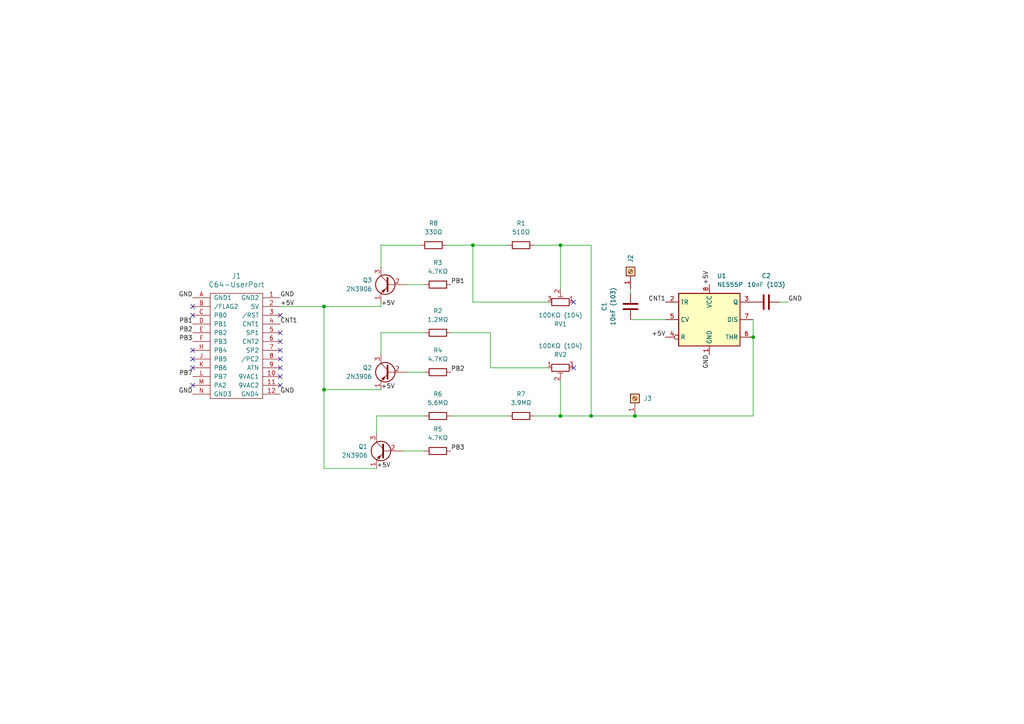
<source format=kicad_sch>
(kicad_sch (version 20230121) (generator eeschema)
  (paper "A4")
  (title_block (title "MFJ-1258 Capacitance Meter for Commodore VIC-20") (date "2023-09-03") (company "www.youtube.com/@brfff") (comment 1 "Redrawn by Brett Hallen, Sep 2023") (comment 4 "Original © April 1984 MFJ Enterprises"))
  (lib_symbols
    (symbol "Connector:Screw_Terminal_01x01" (pin_names (offset 1.016) hide)
      (property "Reference" "J" (at 0 2.54 0))
      (property "Value" "Screw_Terminal_01x01" (at 0 -2.54 0))
      (symbol "Screw_Terminal_01x01_1_1"
        (rectangle (start -1.27 1.27) (end 1.27 -1.27) (stroke (width 0.254)) (fill (type background)))
        (polyline (pts (xy -0.5334 0.3302) (xy 0.3302 -0.508)) (stroke (width 0.1524)))
        (polyline (pts (xy -0.3556 0.508) (xy 0.508 -0.3302)) (stroke (width 0.1524)))
        (circle (center 0 0) (radius 0.635) (stroke (width 0.1524)))
        (pin passive line (at -5.08 0 0) (length 3.81) (name "Pin_1") (number "1"))
      )
    )
    (symbol "Device:C" (pin_numbers hide) (pin_names (offset 0.254))
      (property "Reference" "C" (at 0.635 2.54 0))
      (property "Value" "C" (at 0.635 -2.54 0))
      (symbol "C_0_1"
        (polyline (pts (xy -2.032 -0.762) (xy 2.032 -0.762)) (stroke (width 0.508)))
        (polyline (pts (xy -2.032 0.762) (xy 2.032 0.762)) (stroke (width 0.508)))
      )
      (symbol "C_1_1"
        (pin passive line (at 0 3.81 270) (length 2.794) (name "~") (number "1"))
        (pin passive line (at 0 -3.81 90) (length 2.794) (name "~") (number "2"))
      )
    )
    (symbol "Device:R" (pin_numbers hide) (pin_names (offset 0))
      (property "Reference" "R" (at 2.032 0 90))
      (property "Value" "R" (at 0 0 90))
      (symbol "R_0_1"
        (rectangle (start -1.016 -2.54) (end 1.016 2.54) (stroke (width 0.254)))
      )
      (symbol "R_1_1"
        (pin passive line (at 0 3.81 270) (length 1.27) (name "~") (number "1"))
        (pin passive line (at 0 -3.81 90) (length 1.27) (name "~") (number "2"))
      )
    )
    (symbol "Device:R_Potentiometer_Trim" (pin_names (offset 1.016) hide)
      (property "Reference" "RV" (at -4.445 0 90))
      (property "Value" "R_Potentiometer_Trim" (at -2.54 0 90))
      (symbol "R_Potentiometer_Trim_0_1"
        (polyline (pts (xy 1.524 0.762) (xy 1.524 -0.762)))
        (polyline (pts (xy 2.54 0) (xy 1.524 0)))
        (rectangle (start 1.016 2.54) (end -1.016 -2.54) (stroke (width 0.254)))
      )
      (symbol "R_Potentiometer_Trim_1_1"
        (pin passive line (at 0 3.81 270) (length 1.27) (name "1") (number "1"))
        (pin passive line (at 3.81 0 180) (length 1.27) (name "2") (number "2"))
        (pin passive line (at 0 -3.81 90) (length 1.27) (name "3") (number "3"))
      )
    )
    (symbol "Timer:NE555P"
      (property "Reference" "U" (at -10.16 8.89 0))
      (property "Value" "NE555P" (at 2.54 8.89 0))
      (symbol "NE555P_0_0"
        (pin power_in line (at 0 -10.16 90) (length 2.54) (name "GND") (number "1"))
        (pin power_in line (at 0 10.16 270) (length 2.54) (name "VCC") (number "8"))
      )
      (symbol "NE555P_0_1"
        (rectangle (start -8.89 -7.62) (end 8.89 7.62) (stroke (width 0.254)) (fill (type background)))
        (rectangle (start -8.89 -7.62) (end 8.89 7.62) (stroke (width 0.254)) (fill (type background)))
      )
      (symbol "NE555P_1_1"
        (pin input line (at -12.7 5.08 0) (length 3.81) (name "TR") (number "2"))
        (pin output line (at 12.7 5.08 180) (length 3.81) (name "Q") (number "3"))
        (pin input inverted (at -12.7 -5.08 0) (length 3.81) (name "R") (number "4"))
        (pin input line (at -12.7 0 0) (length 3.81) (name "CV") (number "5"))
        (pin input line (at 12.7 -5.08 180) (length 3.81) (name "THR") (number "6"))
        (pin input line (at 12.7 0 180) (length 3.81) (name "DIS") (number "7"))
      )
    )
    (symbol "Transistor_BJT:2N3906" (pin_names (offset 0) hide)
      (property "Reference" "Q" (at 5.08 1.905 0))
      (property "Value" "2N3906" (at 5.08 0 0))
      (symbol "2N3906_0_1"
        (polyline (pts (xy 0.635 0.635) (xy 2.54 2.54)))
        (polyline (pts (xy 0.635 -0.635) (xy 2.54 -2.54) (xy 2.54 -2.54)))
        (polyline (pts (xy 0.635 1.905) (xy 0.635 -1.905) (xy 0.635 -1.905)) (stroke (width 0.508)))
        (polyline (pts (xy 2.286 -1.778) (xy 1.778 -2.286) (xy 1.27 -1.27) (xy 2.286 -1.778) (xy 2.286 -1.778)) (fill (type outline)))
        (circle (center 1.27 0) (radius 2.8194) (stroke (width 0.254)))
      )
      (symbol "2N3906_1_1"
        (pin passive line (at 2.54 -5.08 90) (length 2.54) (name "E") (number "1"))
        (pin input line (at -5.08 0 0) (length 5.715) (name "B") (number "2"))
        (pin passive line (at 2.54 5.08 270) (length 2.54) (name "C") (number "3"))
      )
    )
    (symbol "hackup-commodore:C64-UserPort" (pin_names (offset 1.016))
      (property "Reference" "J" (at 0 -11.43 0))
      (property "Value" "C64-UserPort" (at 0 -8.89 0))
      (symbol "C64-UserPort_0_1"
        (rectangle (start -7.62 24.13) (end 7.62 -6.35))
        (rectangle (start 7.62 22.86) (end 7.62 22.86))
      )
      (symbol "C64-UserPort_1_1"
        (pin power_out line (at 12.7 22.86 180) (length 5.08) (name "GND2") (number "1"))
        (pin power_out line (at 12.7 0 180) (length 5.08) (name "9VAC1") (number "10"))
        (pin power_out line (at 12.7 -2.54 180) (length 5.08) (name "9VAC2") (number "11"))
        (pin power_out line (at 12.7 -5.08 180) (length 5.08) (name "GND4") (number "12"))
        (pin power_out line (at 12.7 20.32 180) (length 5.08) (name "5V") (number "2"))
        (pin bidirectional line (at 12.7 17.78 180) (length 5.08) (name "/RST") (number "3"))
        (pin input line (at 12.7 15.24 180) (length 5.08) (name "CNT1") (number "4"))
        (pin bidirectional line (at 12.7 12.7 180) (length 5.08) (name "SP1") (number "5"))
        (pin input line (at 12.7 10.16 180) (length 5.08) (name "CNT2") (number "6"))
        (pin bidirectional line (at 12.7 7.62 180) (length 5.08) (name "SP2") (number "7"))
        (pin input line (at 12.7 5.08 180) (length 5.08) (name "/PC2") (number "8"))
        (pin output line (at 12.7 2.54 180) (length 5.08) (name "ATN") (number "9"))
        (pin power_out line (at -12.7 22.86 0) (length 5.08) (name "GND1") (number "A"))
        (pin input line (at -12.7 20.32 0) (length 5.08) (name "/FLAG2") (number "B"))
        (pin bidirectional line (at -12.7 17.78 0) (length 5.08) (name "PB0") (number "C"))
        (pin bidirectional line (at -12.7 15.24 0) (length 5.08) (name "PB1") (number "D"))
        (pin bidirectional line (at -12.7 12.7 0) (length 5.08) (name "PB2") (number "E"))
        (pin bidirectional line (at -12.7 10.16 0) (length 5.08) (name "PB3") (number "F"))
        (pin bidirectional line (at -12.7 7.62 0) (length 5.08) (name "PB4") (number "H"))
        (pin bidirectional line (at -12.7 5.08 0) (length 5.08) (name "PB5") (number "J"))
        (pin bidirectional line (at -12.7 2.54 0) (length 5.08) (name "PB6") (number "K"))
        (pin bidirectional line (at -12.7 0 0) (length 5.08) (name "PB7") (number "L"))
        (pin bidirectional line (at -12.7 -2.54 0) (length 5.08) (name "PA2") (number "M"))
        (pin power_out line (at -12.7 -5.08 0) (length 5.08) (name "GND3") (number "N"))
      )
    )
  )
  (junction (at 184.15 120.65))
  (junction (at 162.56 120.65))
  (junction (at 162.56 71.12))
  (junction (at 171.45 120.65))
  (junction (at 93.98 88.9))
  (junction (at 137.16 71.12))
  (junction (at 218.44 97.79))
  (junction (at 93.98 113.03))
  (no_connect (at 166.37 87.63))
  (no_connect (at 55.88 91.44))
  (no_connect (at 81.28 99.06))
  (no_connect (at 81.28 109.22))
  (no_connect (at 55.88 106.68))
  (no_connect (at 81.28 91.44))
  (no_connect (at 81.28 106.68))
  (no_connect (at 81.28 104.14))
  (no_connect (at 55.88 104.14))
  (no_connect (at 55.88 101.6))
  (no_connect (at 55.88 88.9))
  (no_connect (at 81.28 111.76))
  (no_connect (at 81.28 96.52))
  (no_connect (at 166.37 106.68))
  (no_connect (at 81.28 101.6))
  (no_connect (at 55.88 111.76))
  (wire (pts (xy 182.88 92.71) (xy 193.04 92.71)))
  (wire (pts (xy 162.56 120.65) (xy 171.45 120.65)))
  (wire (pts (xy 123.19 130.81) (xy 116.84 130.81)))
  (wire (pts (xy 154.94 120.65) (xy 162.56 120.65)))
  (wire (pts (xy 118.11 82.55) (xy 123.19 82.55)))
  (wire (pts (xy 218.44 97.79) (xy 218.44 120.65)))
  (wire (pts (xy 110.49 77.47) (xy 110.49 71.12)))
  (wire (pts (xy 184.15 120.65) (xy 218.44 120.65)))
  (wire (pts (xy 218.44 92.71) (xy 218.44 97.79)))
  (wire (pts (xy 147.32 120.65) (xy 130.81 120.65)))
  (wire (pts (xy 142.24 106.68) (xy 158.75 106.68)))
  (wire (pts (xy 118.11 107.95) (xy 123.19 107.95)))
  (wire (pts (xy 162.56 71.12) (xy 162.56 83.82)))
  (wire (pts (xy 93.98 113.03) (xy 93.98 88.9)))
  (wire (pts (xy 81.28 88.9) (xy 93.98 88.9)))
  (wire (pts (xy 147.32 71.12) (xy 137.16 71.12)))
  (wire (pts (xy 162.56 71.12) (xy 171.45 71.12)))
  (wire (pts (xy 130.81 96.52) (xy 142.24 96.52)))
  (wire (pts (xy 110.49 88.9) (xy 110.49 87.63)))
  (wire (pts (xy 137.16 71.12) (xy 129.54 71.12)))
  (wire (pts (xy 182.88 83.82) (xy 182.88 85.09)))
  (wire (pts (xy 110.49 102.87) (xy 110.49 96.52)))
  (wire (pts (xy 93.98 88.9) (xy 110.49 88.9)))
  (wire (pts (xy 109.22 135.89) (xy 93.98 135.89)))
  (wire (pts (xy 162.56 110.49) (xy 162.56 120.65)))
  (wire (pts (xy 137.16 87.63) (xy 137.16 71.12)))
  (wire (pts (xy 158.75 87.63) (xy 137.16 87.63)))
  (wire (pts (xy 110.49 71.12) (xy 121.92 71.12)))
  (wire (pts (xy 171.45 120.65) (xy 184.15 120.65)))
  (wire (pts (xy 109.22 120.65) (xy 123.19 120.65)))
  (wire (pts (xy 142.24 96.52) (xy 142.24 106.68)))
  (wire (pts (xy 226.06 87.63) (xy 228.6 87.63)))
  (wire (pts (xy 93.98 135.89) (xy 93.98 113.03)))
  (wire (pts (xy 171.45 71.12) (xy 171.45 120.65)))
  (wire (pts (xy 110.49 96.52) (xy 123.19 96.52)))
  (wire (pts (xy 110.49 113.03) (xy 93.98 113.03)))
  (wire (pts (xy 154.94 71.12) (xy 162.56 71.12)))
  (wire (pts (xy 109.22 125.73) (xy 109.22 120.65)))
  (label "PB1" (at 130.81 82.55 0))
  (label "GND" (at 205.74 102.87 270))
  (label "+5V" (at 205.74 82.55 90))
  (label "PB1" (at 55.88 93.98 180))
  (label "PB7" (at 55.88 109.22 180))
  (label "+5V" (at 110.49 113.03 0))
  (label "CNT1" (at 81.28 93.98 0))
  (label "+5V" (at 109.22 135.89 0))
  (label "+5V" (at 193.04 97.79 180))
  (label "PB2" (at 55.88 96.52 180))
  (label "PB3" (at 130.81 130.81 0))
  (label "PB2" (at 130.81 107.95 0))
  (label "+5V" (at 110.49 88.9 0))
  (label "GND" (at 81.28 114.3 0))
  (label "GND" (at 81.28 86.36 0))
  (label "GND" (at 55.88 114.3 180))
  (label "GND" (at 228.6 87.63 0))
  (label "GND" (at 55.88 86.36 180))
  (label "PB3" (at 55.88 99.06 180))
  (label "CNT1" (at 193.04 87.63 180))
  (label "+5V" (at 81.28 88.9 0))
  (symbol (lib_id "Device:R") (at 127 120.65 270) (unit 1)
    (property "Reference" "R6" (at 127 114.3 90))
    (property "Value" "5.6MΩ" (at 127 116.84 90))
    (property "Footprint" "Resistor_THT:R_Axial_DIN0207_L6.3mm_D2.5mm_P7.62mm_Horizontal" (effects hide))
  )
  (symbol (lib_id "Connector:Screw_Terminal_01x01") (at 184.15 115.57 270) (mirror x) (unit 1)
    (property "Reference" "J3" (at 186.69 115.57 90) (effects (justify left)))
    (property "Value" "Screw_Terminal_01x01" (effects hide))
    (property "Footprint" "Connector:Banana_Jack_1Pin" (effects hide))
  )
  (symbol (lib_id "Transistor_BJT:2N3906") (at 113.03 107.95 0) (mirror y) (unit 1)
    (property "Reference" "Q2" (at 107.95 106.68 0) (effects (justify left)))
    (property "Value" "2N3906" (at 107.95 109.22 0) (effects (justify left)))
    (property "Footprint" "Package_TO_SOT_THT:TO-92_Inline" (effects hide))
    (property "Datasheet" "https://www.onsemi.com/pub/Collateral/2N3906-D.PDF" (effects hide))
  )
  (symbol (lib_id "Device:R") (at 127 130.81 270) (unit 1)
    (property "Reference" "R5" (at 127 124.46 90))
    (property "Value" "4.7KΩ" (at 127 127 90))
    (property "Footprint" "Resistor_THT:R_Axial_DIN0207_L6.3mm_D2.5mm_P7.62mm_Horizontal" (effects hide))
  )
  (symbol (lib_id "Device:R") (at 151.13 120.65 270) (unit 1)
    (property "Reference" "R7" (at 151.13 114.3 90))
    (property "Value" "3.9MΩ" (at 151.13 116.84 90))
    (property "Footprint" "Resistor_THT:R_Axial_DIN0207_L6.3mm_D2.5mm_P7.62mm_Horizontal" (effects hide))
  )
  (symbol (lib_id "Device:R_Potentiometer_Trim") (at 162.56 106.68 90) (mirror x) (unit 1)
    (property "Reference" "RV2" (at 162.56 102.87 90))
    (property "Value" "100KΩ (104)" (at 162.56 100.33 90))
    (property "Footprint" "Potentiometer_THT:Potentiometer_Runtron_RM-065_Vertical" (effects hide))
  )
  (symbol (lib_id "Transistor_BJT:2N3906") (at 111.76 130.81 0) (mirror y) (unit 1)
    (property "Reference" "Q1" (at 106.68 129.54 0) (effects (justify left)))
    (property "Value" "2N3906" (at 106.68 132.08 0) (effects (justify left)))
    (property "Footprint" "Package_TO_SOT_THT:TO-92_Inline" (effects hide))
    (property "Datasheet" "https://www.onsemi.com/pub/Collateral/2N3906-D.PDF" (effects hide))
  )
  (symbol (lib_id "Device:R") (at 127 82.55 270) (unit 1)
    (property "Reference" "R3" (at 127 76.2 90))
    (property "Value" "4.7KΩ" (at 127 78.74 90))
    (property "Footprint" "Resistor_THT:R_Axial_DIN0207_L6.3mm_D2.5mm_P7.62mm_Horizontal" (effects hide))
  )
  (symbol (lib_id "Connector:Screw_Terminal_01x01") (at 182.88 78.74 90) (unit 1)
    (property "Reference" "J2" (at 182.88 76.2 0) (effects (justify left)))
    (property "Value" "Screw_Terminal_01x01" (effects hide))
    (property "Footprint" "Connector:Banana_Jack_1Pin" (effects hide))
  )
  (symbol (lib_id "Device:R") (at 125.73 71.12 270) (unit 1)
    (property "Reference" "R8" (at 125.73 64.77 90))
    (property "Value" "330Ω" (at 125.73 67.31 90))
    (property "Footprint" "Resistor_THT:R_Axial_DIN0207_L6.3mm_D2.5mm_P7.62mm_Horizontal" (effects hide))
  )
  (symbol (lib_id "Device:R_Potentiometer_Trim") (at 162.56 87.63 270) (mirror x) (unit 1)
    (property "Reference" "RV1" (at 162.56 93.98 90))
    (property "Value" "100KΩ (104)" (at 162.56 91.44 90))
    (property "Footprint" "Potentiometer_THT:Potentiometer_Runtron_RM-065_Vertical" (effects hide))
  )
  (symbol (lib_id "Device:R") (at 127 96.52 270) (unit 1)
    (property "Reference" "R2" (at 127 90.17 90))
    (property "Value" "1.2MΩ" (at 127 92.71 90))
    (property "Footprint" "Resistor_THT:R_Axial_DIN0207_L6.3mm_D2.5mm_P7.62mm_Horizontal" (effects hide))
  )
  (symbol (lib_id "Timer:NE555P") (at 205.74 92.71 0) (unit 1)
    (property "Reference" "U1" (at 207.9341 80.01 0) (effects (justify left)))
    (property "Value" "NE555P" (at 207.9341 82.55 0) (effects (justify left)))
    (property "Footprint" "Package_DIP:DIP-8_W7.62mm" (effects hide))
    (property "Datasheet" "http://www.ti.com/lit/ds/symlink/ne555.pdf" (effects hide))
  )
  (symbol (lib_id "hackup-commodore:C64-UserPort") (at 68.58 109.22 0) (unit 1)
    (property "Reference" "J1" (at 68.58 80.01 0) (effects (font (size 1.524 1.524))))
    (property "Value" "C64-UserPort" (at 68.58 82.55 0) (effects (font (size 1.524 1.524))))
    (property "Footprint" "Hackup_Commodore:C64-User-Port-Female" (effects hide))
  )
  (symbol (lib_id "Device:C") (at 222.25 87.63 270) (unit 1)
    (property "Reference" "C2" (at 222.25 80.01 90))
    (property "Value" "10nF (103)" (at 222.25 82.55 90))
    (property "Footprint" "Capacitor_THT:C_Disc_D5.0mm_W2.5mm_P2.50mm" (effects hide))
  )
  (symbol (lib_id "Transistor_BJT:2N3906") (at 113.03 82.55 0) (mirror y) (unit 1)
    (property "Reference" "Q3" (at 107.95 81.28 0) (effects (justify left)))
    (property "Value" "2N3906" (at 107.95 83.82 0) (effects (justify left)))
    (property "Footprint" "Package_TO_SOT_THT:TO-92_Inline" (effects hide))
    (property "Datasheet" "https://www.onsemi.com/pub/Collateral/2N3906-D.PDF" (effects hide))
  )
  (symbol (lib_id "Device:R") (at 151.13 71.12 270) (unit 1)
    (property "Reference" "R1" (at 151.13 64.77 90))
    (property "Value" "510Ω" (at 151.13 67.31 90))
    (property "Footprint" "Resistor_THT:R_Axial_DIN0207_L6.3mm_D2.5mm_P7.62mm_Horizontal" (effects hide))
  )
  (symbol (lib_id "Device:R") (at 127 107.95 270) (unit 1)
    (property "Reference" "R4" (at 127 101.6 90))
    (property "Value" "4.7KΩ" (at 127 104.14 90))
    (property "Footprint" "Resistor_THT:R_Axial_DIN0207_L6.3mm_D2.5mm_P7.62mm_Horizontal" (effects hide))
  )
  (symbol (lib_id "Device:C") (at 182.88 88.9 0) (unit 1)
    (property "Reference" "C1" (at 175.26 88.9 90))
    (property "Value" "10nF (103)" (at 177.8 88.9 90))
    (property "Footprint" "Capacitor_THT:C_Disc_D5.0mm_W2.5mm_P2.50mm" (effects hide))
  )
)
</source>
